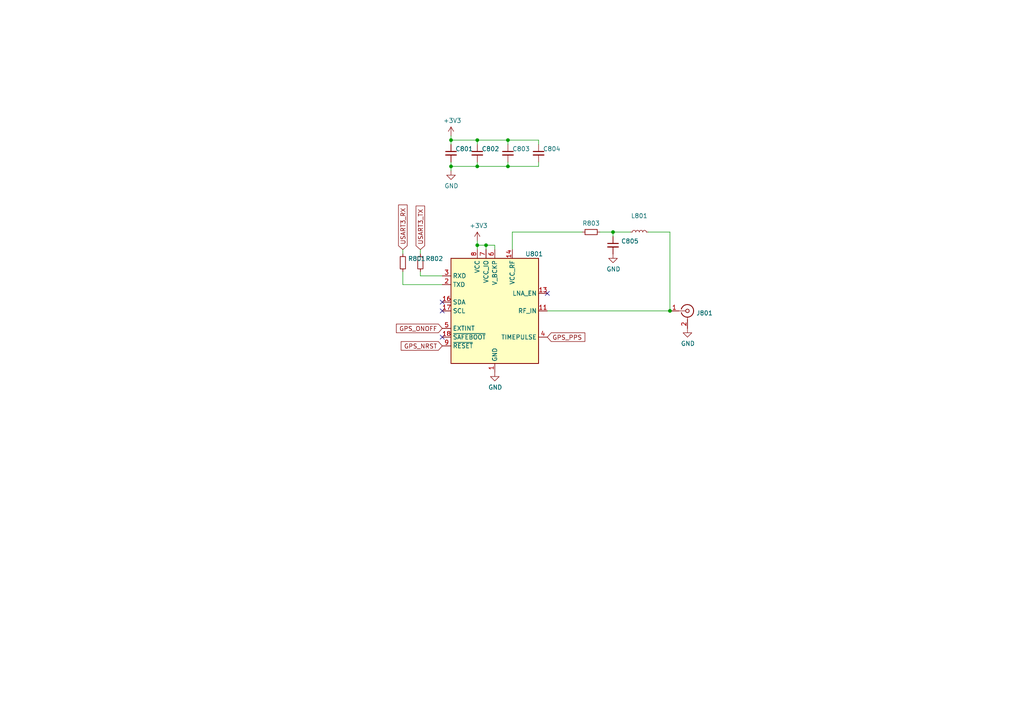
<source format=kicad_sch>
(kicad_sch (version 20211123) (generator eeschema)
  (paper "A4")
  (lib_symbols
    (symbol "Connector:Conn_Coaxial" (pin_names (offset 1.016) hide)
      (property "Reference" "J" (at 0.254 3.048 0))
      (property "Value" "Conn_Coaxial" (at 2.921 0 90))
      (symbol "Conn_Coaxial_0_1"
        (arc (start -1.778 -0.508) (mid 0.2311 -1.8066) (end 1.778 0) (stroke (width 0.254)))
        (polyline (pts (xy -2.54 0) (xy -0.508 0)))
        (polyline (pts (xy 0 -2.54) (xy 0 -1.778)))
        (circle (center 0 0) (radius 0.508) (stroke (width 0.2032)))
        (arc (start 1.778 0) (mid 0.2099 1.8101) (end -1.778 0.508) (stroke (width 0.254)))
      )
      (symbol "Conn_Coaxial_1_1"
        (pin passive line (at -5.08 0 0) (length 2.54) (name "In") (number "1"))
        (pin passive line (at 0 -5.08 90) (length 2.54) (name "Ext") (number "2"))
      )
    )
    (symbol "Device:C_Small" (pin_numbers hide) (pin_names (offset 0.254) hide)
      (property "Reference" "C" (at 0.254 1.778 0))
      (property "Value" "C_Small" (at 0.254 -2.032 0))
      (symbol "C_Small_0_1"
        (polyline (pts (xy -1.524 -0.508) (xy 1.524 -0.508)) (stroke (width 0.3302)))
        (polyline (pts (xy -1.524 0.508) (xy 1.524 0.508)) (stroke (width 0.3048)))
      )
      (symbol "C_Small_1_1"
        (pin passive line (at 0 2.54 270) (length 2.032) (name "~") (number "1"))
        (pin passive line (at 0 -2.54 90) (length 2.032) (name "~") (number "2"))
      )
    )
    (symbol "Device:L_Small" (pin_numbers hide) (pin_names (offset 0.254) hide)
      (property "Reference" "L" (at 0.762 1.016 0))
      (property "Value" "L_Small" (at 0.762 -1.016 0))
      (symbol "L_Small_0_1"
        (arc (start 0 -2.032) (mid 0.508 -1.524) (end 0 -1.016))
        (arc (start 0 -1.016) (mid 0.508 -0.508) (end 0 0))
        (arc (start 0 0) (mid 0.508 0.508) (end 0 1.016))
        (arc (start 0 1.016) (mid 0.508 1.524) (end 0 2.032))
      )
      (symbol "L_Small_1_1"
        (pin passive line (at 0 2.54 270) (length 0.508) (name "~") (number "1"))
        (pin passive line (at 0 -2.54 90) (length 0.508) (name "~") (number "2"))
      )
    )
    (symbol "Device:R_Small" (pin_numbers hide) (pin_names (offset 0.254) hide)
      (property "Reference" "R" (at 0.762 0.508 0))
      (property "Value" "R_Small" (at 0.762 -1.016 0))
      (symbol "R_Small_0_1"
        (rectangle (start -0.762 1.778) (end 0.762 -1.778) (stroke (width 0.2032)))
      )
      (symbol "R_Small_1_1"
        (pin passive line (at 0 2.54 270) (length 0.762) (name "~") (number "1"))
        (pin passive line (at 0 -2.54 90) (length 0.762) (name "~") (number "2"))
      )
    )
    (symbol "RF_GPS:MAX-M8Q"
      (property "Reference" "U" (at -10.16 16.51 0))
      (property "Value" "MAX-M8Q" (at 11.43 16.51 0))
      (symbol "MAX-M8Q_0_1"
        (rectangle (start 12.7 15.24) (end -12.7 -15.24) (stroke (width 0.254)) (fill (type background)))
      )
      (symbol "MAX-M8Q_1_1"
        (pin power_in line (at 0 -17.78 90) (length 2.54) (name "GND") (number "1"))
        (pin passive line (at 0 -17.78 90) (length 2.54) hide (name "GND") (number "10"))
        (pin input line (at 15.24 0 180) (length 2.54) (name "RF_IN") (number "11"))
        (pin passive line (at 0 -17.78 90) (length 2.54) hide (name "GND") (number "12"))
        (pin output line (at 15.24 5.08 180) (length 2.54) (name "LNA_EN") (number "13"))
        (pin power_out line (at 5.08 17.78 270) (length 2.54) (name "VCC_RF") (number "14"))
        (pin no_connect line (at 12.7 -5.08 180) (length 2.54) hide (name "Reserved") (number "15"))
        (pin bidirectional line (at -15.24 2.54 0) (length 2.54) (name "SDA") (number "16"))
        (pin input line (at -15.24 0 0) (length 2.54) (name "SCL") (number "17"))
        (pin input line (at -15.24 -7.62 0) (length 2.54) (name "~{SAFEBOOT}") (number "18"))
        (pin output line (at -15.24 7.62 0) (length 2.54) (name "TXD") (number "2"))
        (pin input line (at -15.24 10.16 0) (length 2.54) (name "RXD") (number "3"))
        (pin output line (at 15.24 -7.62 180) (length 2.54) (name "TIMEPULSE") (number "4"))
        (pin input line (at -15.24 -5.08 0) (length 2.54) (name "EXTINT") (number "5"))
        (pin power_in line (at 0 17.78 270) (length 2.54) (name "V_BCKP") (number "6"))
        (pin power_in line (at -2.54 17.78 270) (length 2.54) (name "VCC_IO") (number "7"))
        (pin power_in line (at -5.08 17.78 270) (length 2.54) (name "VCC") (number "8"))
        (pin input line (at -15.24 -10.16 0) (length 2.54) (name "~{RESET}") (number "9"))
      )
    )
    (symbol "power:+3.3V" (power) (pin_names (offset 0))
      (property "Value" "+3.3V" (at 0 3.556 0))
      (symbol "+3.3V_0_1"
        (polyline (pts (xy -0.762 1.27) (xy 0 2.54)))
        (polyline (pts (xy 0 0) (xy 0 2.54)))
        (polyline (pts (xy 0 2.54) (xy 0.762 1.27)))
      )
      (symbol "+3.3V_1_1"
        (pin power_in line (at 0 0 90) (length 0) hide (name "+3V3") (number "1"))
      )
    )
    (symbol "power:GND" (power) (pin_names (offset 0))
      (property "Value" "GND" (at 0 -3.81 0))
      (symbol "GND_0_1"
        (polyline (pts (xy 0 0) (xy 0 -1.27) (xy 1.27 -1.27) (xy 0 -2.54) (xy -1.27 -1.27) (xy 0 -1.27)))
      )
      (symbol "GND_1_1"
        (pin power_in line (at 0 0 270) (length 0) hide (name "GND") (number "1"))
      )
    )
  )
  (junction (at 130.81 40.64))
  (junction (at 138.43 48.26))
  (junction (at 138.43 71.12))
  (junction (at 194.31 90.17))
  (junction (at 138.43 40.64))
  (junction (at 130.81 48.26))
  (junction (at 147.32 40.64))
  (junction (at 177.8 67.31))
  (junction (at 140.97 71.12))
  (junction (at 147.32 48.26))
  (no_connect (at 128.27 97.79))
  (no_connect (at 128.27 87.63))
  (no_connect (at 128.27 90.17))
  (no_connect (at 158.75 85.09))
  (wire (pts (xy 140.97 72.39) (xy 140.97 71.12)))
  (wire (pts (xy 147.32 48.26) (xy 138.43 48.26)))
  (wire (pts (xy 147.32 40.64) (xy 156.21 40.64)))
  (wire (pts (xy 156.21 46.99) (xy 156.21 48.26)))
  (wire (pts (xy 177.8 67.31) (xy 182.88 67.31)))
  (wire (pts (xy 138.43 69.85) (xy 138.43 71.12)))
  (wire (pts (xy 147.32 40.64) (xy 147.32 41.91)))
  (wire (pts (xy 138.43 48.26) (xy 130.81 48.26)))
  (wire (pts (xy 138.43 41.91) (xy 138.43 40.64)))
  (wire (pts (xy 138.43 71.12) (xy 138.43 72.39)))
  (wire (pts (xy 138.43 71.12) (xy 140.97 71.12)))
  (wire (pts (xy 116.84 73.66) (xy 116.84 72.39)))
  (wire (pts (xy 138.43 46.99) (xy 138.43 48.26)))
  (wire (pts (xy 121.92 73.66) (xy 121.92 72.39)))
  (wire (pts (xy 130.81 40.64) (xy 130.81 41.91)))
  (wire (pts (xy 130.81 39.37) (xy 130.81 40.64)))
  (wire (pts (xy 194.31 90.17) (xy 194.31 67.31)))
  (wire (pts (xy 130.81 46.99) (xy 130.81 48.26)))
  (wire (pts (xy 116.84 82.55) (xy 128.27 82.55)))
  (wire (pts (xy 121.92 78.74) (xy 121.92 80.01)))
  (wire (pts (xy 130.81 48.26) (xy 130.81 49.53)))
  (wire (pts (xy 116.84 78.74) (xy 116.84 82.55)))
  (wire (pts (xy 138.43 40.64) (xy 147.32 40.64)))
  (wire (pts (xy 194.31 67.31) (xy 187.96 67.31)))
  (wire (pts (xy 140.97 71.12) (xy 143.51 71.12)))
  (wire (pts (xy 173.99 67.31) (xy 177.8 67.31)))
  (wire (pts (xy 148.59 67.31) (xy 148.59 72.39)))
  (wire (pts (xy 130.81 40.64) (xy 138.43 40.64)))
  (wire (pts (xy 156.21 40.64) (xy 156.21 41.91)))
  (wire (pts (xy 158.75 90.17) (xy 194.31 90.17)))
  (wire (pts (xy 156.21 48.26) (xy 147.32 48.26)))
  (wire (pts (xy 121.92 80.01) (xy 128.27 80.01)))
  (wire (pts (xy 147.32 46.99) (xy 147.32 48.26)))
  (wire (pts (xy 143.51 71.12) (xy 143.51 72.39)))
  (wire (pts (xy 168.91 67.31) (xy 148.59 67.31)))
  (wire (pts (xy 177.8 67.31) (xy 177.8 68.58)))
  (global_label "GPS_ONOFF" (shape input) (at 128.27 95.25 180) (property "Intersheet References" "${INTERSHEET_REFS}" (effects hide)))
  (global_label "USART3_TX" (shape input) (at 121.92 72.39 90) (property "Intersheet References" "${INTERSHEET_REFS}" (effects hide)))
  (global_label "USART3_RX" (shape input) (at 116.84 72.39 90) (property "Intersheet References" "${INTERSHEET_REFS}" (effects hide)))
  (global_label "GPS_NRST" (shape input) (at 128.27 100.33 180) (property "Intersheet References" "${INTERSHEET_REFS}" (effects hide)))
  (global_label "GPS_PPS" (shape input) (at 158.75 97.79 0) (property "Intersheet References" "${INTERSHEET_REFS}" (effects hide)))
  (symbol (lib_id "RF_GPS:MAX-M8Q") (at 143.51 90.17 0) (unit 1)
    (property "Reference" "U801" (at 154.94 73.66 0))
    (property "Datasheet" "https://www.u-blox.com/sites/default/files/MAX-M8-FW3_DataSheet_%28UBX-15031506%29.pdf" (effects hide))
  )
  (symbol (lib_id "power:GND") (at 143.51 107.95 0) (unit 1)
    (property "Reference" "#PWR0804" (effects hide))
  )
  (symbol (lib_id "power:+3.3V") (at 138.43 69.85 0) (unit 1)
    (property "Reference" "#PWR0803" (effects hide))
  )
  (symbol (lib_id "Device:R_Small") (at 121.92 76.2 0) (unit 1)
    (property "Reference" "R802" (at 123.4186 75.0316 0) (effects (justify left)))
    (property "LCSC Part #" "C17168" (effects hide))
    (property "Mouser" "652-CR0402-J/-000GLF" (effects hide))
  )
  (symbol (lib_id "Device:R_Small") (at 116.84 76.2 0) (unit 1)
    (property "Reference" "R801" (at 118.3386 75.0316 0) (effects (justify left)))
    (property "LCSC Part #" "C17168" (effects hide))
    (property "Mouser" "652-CR0402-J/-000GLF" (effects hide))
  )
  (symbol (lib_id "Device:R_Small") (at 171.45 67.31 270) (unit 1)
    (property "Reference" "R803" (at 171.45 64.77 90))
    (property "Mouser" "71-CRCW040210K0FKEDC" (effects hide))
  )
  (symbol (lib_id "Device:L_Small") (at 185.42 67.31 90) (unit 1)
    (property "Reference" "L801" (at 185.42 62.611 90))
    (property "LCSC Part #" "C22726" (effects hide))
    (property "Mouser" "710-7447840210G" (effects hide))
  )
  (symbol (lib_id "Device:C_Small") (at 177.8 71.12 0) (unit 1)
    (property "Reference" "C805" (at 180.1368 69.9516 0) (effects (justify left)))
    (property "LCSC Part #" "C15195" (effects hide))
    (property "Mouser" "581-0402ZC103KAT2A" (effects hide))
  )
  (symbol (lib_id "power:GND") (at 177.8 73.66 0) (unit 1)
    (property "Reference" "#PWR0805" (effects hide))
  )
  (symbol (lib_id "power:+3.3V") (at 130.81 39.37 0) (unit 1)
    (property "Reference" "#PWR0801" (effects hide))
  )
  (symbol (lib_id "Device:C_Small") (at 130.81 44.45 0) (unit 1)
    (property "Reference" "C801" (at 132.08 43.18 0) (effects (justify left)))
    (property "LCSC Part #" "C15525" (effects hide))
    (property "Mouser" "581-0402ZD106MAT2A" (effects hide))
  )
  (symbol (lib_id "Device:C_Small") (at 138.43 44.45 0) (unit 1)
    (property "Reference" "C802" (at 139.7 43.18 0) (effects (justify left)))
    (property "LCSC Part #" "C1525" (effects hide))
    (property "Mouser" "581-0402YD104K" (effects hide))
  )
  (symbol (lib_id "Device:C_Small") (at 147.32 44.45 0) (unit 1)
    (property "Reference" "C803" (at 148.59 43.18 0) (effects (justify left)))
    (property "LCSC Part #" "C1525" (effects hide))
    (property "Mouser" "581-0402YD104K" (effects hide))
  )
  (symbol (lib_id "power:GND") (at 130.81 49.53 0) (unit 1)
    (property "Reference" "#PWR0802" (effects hide))
  )
  (symbol (lib_id "Connector:Conn_Coaxial") (at 199.39 90.17 0) (unit 1)
    (property "Reference" "J801" (at 201.93 90.805 0) (effects (justify left)))
    (property "Datasheet" " ~" (effects hide))
    (property "Mouser" "538-73391-0080" (effects hide))
  )
  (symbol (lib_id "power:GND") (at 199.39 95.25 0) (unit 1)
    (property "Reference" "#PWR0806" (effects hide))
  )
  (symbol (lib_id "Device:C_Small") (at 156.21 44.45 0) (unit 1)
    (property "Reference" "C804" (at 157.48 43.18 0) (effects (justify left)))
    (property "LCSC Part #" "C1525" (effects hide))
    (property "Mouser" "581-0402YD104K" (effects hide))
  )
)
</source>
